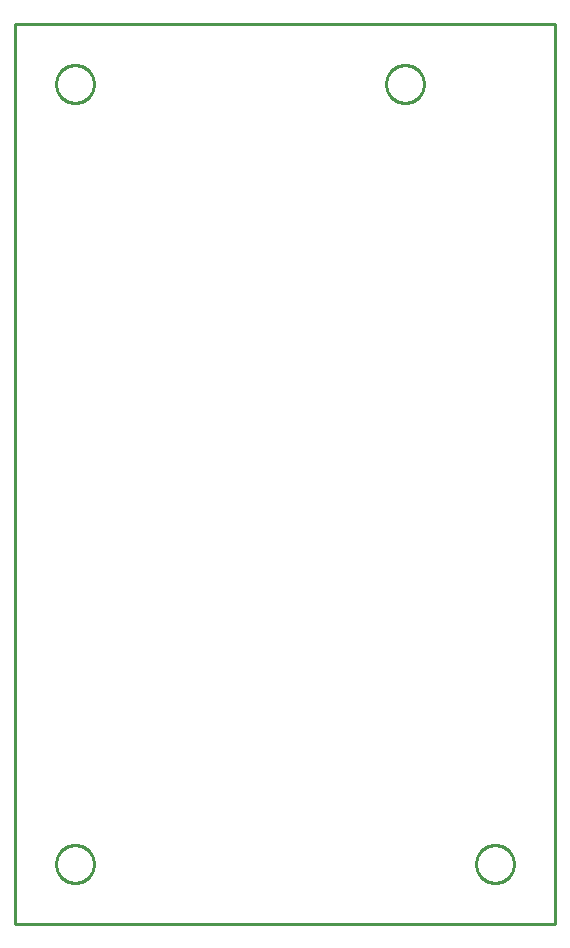
<source format=gbr>
G04 EAGLE Gerber RS-274X export*
G75*
%MOMM*%
%FSLAX34Y34*%
%LPD*%
%IN*%
%IPPOS*%
%AMOC8*
5,1,8,0,0,1.08239X$1,22.5*%
G01*
%ADD10C,0.254000*%


D10*
X0Y0D02*
X-457000Y0D01*
X-457200Y762000D01*
X0Y762000D01*
X0Y0D01*
X-422400Y710676D02*
X-422332Y709631D01*
X-422195Y708592D01*
X-421990Y707565D01*
X-421719Y706553D01*
X-421383Y705561D01*
X-420982Y704593D01*
X-420518Y703654D01*
X-419995Y702746D01*
X-419413Y701875D01*
X-418775Y701044D01*
X-418084Y700257D01*
X-417343Y699516D01*
X-416556Y698825D01*
X-415725Y698188D01*
X-414854Y697606D01*
X-413946Y697082D01*
X-413007Y696618D01*
X-412039Y696217D01*
X-411047Y695881D01*
X-410035Y695610D01*
X-409008Y695405D01*
X-407969Y695269D01*
X-406924Y695200D01*
X-405876Y695200D01*
X-404831Y695269D01*
X-403792Y695405D01*
X-402765Y695610D01*
X-401753Y695881D01*
X-400761Y696217D01*
X-399793Y696618D01*
X-398854Y697082D01*
X-397946Y697606D01*
X-397075Y698188D01*
X-396244Y698825D01*
X-395457Y699516D01*
X-394716Y700257D01*
X-394025Y701044D01*
X-393388Y701875D01*
X-392806Y702746D01*
X-392282Y703654D01*
X-391818Y704593D01*
X-391417Y705561D01*
X-391081Y706553D01*
X-390810Y707565D01*
X-390605Y708592D01*
X-390469Y709631D01*
X-390400Y710676D01*
X-390400Y711724D01*
X-390469Y712769D01*
X-390605Y713808D01*
X-390810Y714835D01*
X-391081Y715847D01*
X-391417Y716839D01*
X-391818Y717807D01*
X-392282Y718746D01*
X-392806Y719654D01*
X-393388Y720525D01*
X-394025Y721356D01*
X-394716Y722143D01*
X-395457Y722884D01*
X-396244Y723575D01*
X-397075Y724213D01*
X-397946Y724795D01*
X-398854Y725318D01*
X-399793Y725782D01*
X-400761Y726183D01*
X-401753Y726519D01*
X-402765Y726790D01*
X-403792Y726995D01*
X-404831Y727132D01*
X-405876Y727200D01*
X-406924Y727200D01*
X-407969Y727132D01*
X-409008Y726995D01*
X-410035Y726790D01*
X-411047Y726519D01*
X-412039Y726183D01*
X-413007Y725782D01*
X-413946Y725318D01*
X-414854Y724795D01*
X-415725Y724213D01*
X-416556Y723575D01*
X-417343Y722884D01*
X-418084Y722143D01*
X-418775Y721356D01*
X-419413Y720525D01*
X-419995Y719654D01*
X-420518Y718746D01*
X-420982Y717807D01*
X-421383Y716839D01*
X-421719Y715847D01*
X-421990Y714835D01*
X-422195Y713808D01*
X-422332Y712769D01*
X-422400Y711724D01*
X-422400Y710676D01*
X-143000Y710676D02*
X-142932Y709631D01*
X-142795Y708592D01*
X-142590Y707565D01*
X-142319Y706553D01*
X-141983Y705561D01*
X-141582Y704593D01*
X-141118Y703654D01*
X-140595Y702746D01*
X-140013Y701875D01*
X-139375Y701044D01*
X-138684Y700257D01*
X-137943Y699516D01*
X-137156Y698825D01*
X-136325Y698188D01*
X-135454Y697606D01*
X-134546Y697082D01*
X-133607Y696618D01*
X-132639Y696217D01*
X-131647Y695881D01*
X-130635Y695610D01*
X-129608Y695405D01*
X-128569Y695269D01*
X-127524Y695200D01*
X-126476Y695200D01*
X-125431Y695269D01*
X-124392Y695405D01*
X-123365Y695610D01*
X-122353Y695881D01*
X-121361Y696217D01*
X-120393Y696618D01*
X-119454Y697082D01*
X-118546Y697606D01*
X-117675Y698188D01*
X-116844Y698825D01*
X-116057Y699516D01*
X-115316Y700257D01*
X-114625Y701044D01*
X-113988Y701875D01*
X-113406Y702746D01*
X-112882Y703654D01*
X-112418Y704593D01*
X-112017Y705561D01*
X-111681Y706553D01*
X-111410Y707565D01*
X-111205Y708592D01*
X-111069Y709631D01*
X-111000Y710676D01*
X-111000Y711724D01*
X-111069Y712769D01*
X-111205Y713808D01*
X-111410Y714835D01*
X-111681Y715847D01*
X-112017Y716839D01*
X-112418Y717807D01*
X-112882Y718746D01*
X-113406Y719654D01*
X-113988Y720525D01*
X-114625Y721356D01*
X-115316Y722143D01*
X-116057Y722884D01*
X-116844Y723575D01*
X-117675Y724213D01*
X-118546Y724795D01*
X-119454Y725318D01*
X-120393Y725782D01*
X-121361Y726183D01*
X-122353Y726519D01*
X-123365Y726790D01*
X-124392Y726995D01*
X-125431Y727132D01*
X-126476Y727200D01*
X-127524Y727200D01*
X-128569Y727132D01*
X-129608Y726995D01*
X-130635Y726790D01*
X-131647Y726519D01*
X-132639Y726183D01*
X-133607Y725782D01*
X-134546Y725318D01*
X-135454Y724795D01*
X-136325Y724213D01*
X-137156Y723575D01*
X-137943Y722884D01*
X-138684Y722143D01*
X-139375Y721356D01*
X-140013Y720525D01*
X-140595Y719654D01*
X-141118Y718746D01*
X-141582Y717807D01*
X-141983Y716839D01*
X-142319Y715847D01*
X-142590Y714835D01*
X-142795Y713808D01*
X-142932Y712769D01*
X-143000Y711724D01*
X-143000Y710676D01*
X-66800Y50276D02*
X-66732Y49231D01*
X-66595Y48192D01*
X-66390Y47165D01*
X-66119Y46153D01*
X-65783Y45161D01*
X-65382Y44193D01*
X-64918Y43254D01*
X-64395Y42346D01*
X-63813Y41475D01*
X-63175Y40644D01*
X-62484Y39857D01*
X-61743Y39116D01*
X-60956Y38425D01*
X-60125Y37788D01*
X-59254Y37206D01*
X-58346Y36682D01*
X-57407Y36218D01*
X-56439Y35817D01*
X-55447Y35481D01*
X-54435Y35210D01*
X-53408Y35005D01*
X-52369Y34869D01*
X-51324Y34800D01*
X-50276Y34800D01*
X-49231Y34869D01*
X-48192Y35005D01*
X-47165Y35210D01*
X-46153Y35481D01*
X-45161Y35817D01*
X-44193Y36218D01*
X-43254Y36682D01*
X-42346Y37206D01*
X-41475Y37788D01*
X-40644Y38425D01*
X-39857Y39116D01*
X-39116Y39857D01*
X-38425Y40644D01*
X-37788Y41475D01*
X-37206Y42346D01*
X-36682Y43254D01*
X-36218Y44193D01*
X-35817Y45161D01*
X-35481Y46153D01*
X-35210Y47165D01*
X-35005Y48192D01*
X-34869Y49231D01*
X-34800Y50276D01*
X-34800Y51324D01*
X-34869Y52369D01*
X-35005Y53408D01*
X-35210Y54435D01*
X-35481Y55447D01*
X-35817Y56439D01*
X-36218Y57407D01*
X-36682Y58346D01*
X-37206Y59254D01*
X-37788Y60125D01*
X-38425Y60956D01*
X-39116Y61743D01*
X-39857Y62484D01*
X-40644Y63175D01*
X-41475Y63813D01*
X-42346Y64395D01*
X-43254Y64918D01*
X-44193Y65382D01*
X-45161Y65783D01*
X-46153Y66119D01*
X-47165Y66390D01*
X-48192Y66595D01*
X-49231Y66732D01*
X-50276Y66800D01*
X-51324Y66800D01*
X-52369Y66732D01*
X-53408Y66595D01*
X-54435Y66390D01*
X-55447Y66119D01*
X-56439Y65783D01*
X-57407Y65382D01*
X-58346Y64918D01*
X-59254Y64395D01*
X-60125Y63813D01*
X-60956Y63175D01*
X-61743Y62484D01*
X-62484Y61743D01*
X-63175Y60956D01*
X-63813Y60125D01*
X-64395Y59254D01*
X-64918Y58346D01*
X-65382Y57407D01*
X-65783Y56439D01*
X-66119Y55447D01*
X-66390Y54435D01*
X-66595Y53408D01*
X-66732Y52369D01*
X-66800Y51324D01*
X-66800Y50276D01*
X-422400Y50276D02*
X-422332Y49231D01*
X-422195Y48192D01*
X-421990Y47165D01*
X-421719Y46153D01*
X-421383Y45161D01*
X-420982Y44193D01*
X-420518Y43254D01*
X-419995Y42346D01*
X-419413Y41475D01*
X-418775Y40644D01*
X-418084Y39857D01*
X-417343Y39116D01*
X-416556Y38425D01*
X-415725Y37788D01*
X-414854Y37206D01*
X-413946Y36682D01*
X-413007Y36218D01*
X-412039Y35817D01*
X-411047Y35481D01*
X-410035Y35210D01*
X-409008Y35005D01*
X-407969Y34869D01*
X-406924Y34800D01*
X-405876Y34800D01*
X-404831Y34869D01*
X-403792Y35005D01*
X-402765Y35210D01*
X-401753Y35481D01*
X-400761Y35817D01*
X-399793Y36218D01*
X-398854Y36682D01*
X-397946Y37206D01*
X-397075Y37788D01*
X-396244Y38425D01*
X-395457Y39116D01*
X-394716Y39857D01*
X-394025Y40644D01*
X-393388Y41475D01*
X-392806Y42346D01*
X-392282Y43254D01*
X-391818Y44193D01*
X-391417Y45161D01*
X-391081Y46153D01*
X-390810Y47165D01*
X-390605Y48192D01*
X-390469Y49231D01*
X-390400Y50276D01*
X-390400Y51324D01*
X-390469Y52369D01*
X-390605Y53408D01*
X-390810Y54435D01*
X-391081Y55447D01*
X-391417Y56439D01*
X-391818Y57407D01*
X-392282Y58346D01*
X-392806Y59254D01*
X-393388Y60125D01*
X-394025Y60956D01*
X-394716Y61743D01*
X-395457Y62484D01*
X-396244Y63175D01*
X-397075Y63813D01*
X-397946Y64395D01*
X-398854Y64918D01*
X-399793Y65382D01*
X-400761Y65783D01*
X-401753Y66119D01*
X-402765Y66390D01*
X-403792Y66595D01*
X-404831Y66732D01*
X-405876Y66800D01*
X-406924Y66800D01*
X-407969Y66732D01*
X-409008Y66595D01*
X-410035Y66390D01*
X-411047Y66119D01*
X-412039Y65783D01*
X-413007Y65382D01*
X-413946Y64918D01*
X-414854Y64395D01*
X-415725Y63813D01*
X-416556Y63175D01*
X-417343Y62484D01*
X-418084Y61743D01*
X-418775Y60956D01*
X-419413Y60125D01*
X-419995Y59254D01*
X-420518Y58346D01*
X-420982Y57407D01*
X-421383Y56439D01*
X-421719Y55447D01*
X-421990Y54435D01*
X-422195Y53408D01*
X-422332Y52369D01*
X-422400Y51324D01*
X-422400Y50276D01*
M02*

</source>
